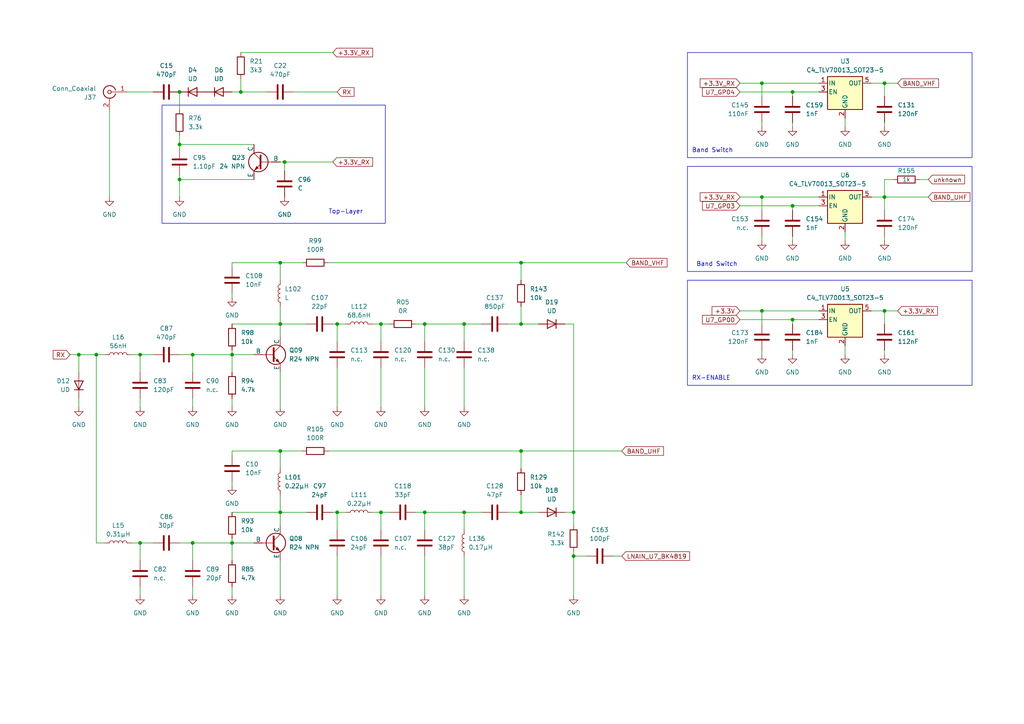
<source format=kicad_sch>
(kicad_sch (version 20230121) (generator eeschema)
  (paper "A4")
  (title_block (title "UV-K5 RX Input (Parts-List-Numbering)") (date "2023-09-17") (rev "0.") (comment 1 "https://github.com/ludwich66/Quansheng_UV-K5_Wiki/tree/main/hardware/KiCad") (comment 2 "https://github.com/ludwich66/Quansheng_UV-K5_Wiki/wiki/Parts---Teile") (comment 3 "Parts Overview Picture:") (comment 4 "Maintained by ludwich"))
  (lib_symbols
    (symbol "Connector:Conn_Coaxial" (pin_names (offset 1.016) hide)
      (property "Reference" "J" (at 0.254 3.048 0))
      (property "Value" "Conn_Coaxial" (at 2.921 0 90))
      (symbol "Conn_Coaxial_0_1"
        (arc (start -1.778 -0.508) (mid 0.2311 -1.8066) (end 1.778 0) (stroke (width 0.254)))
        (polyline (pts (xy -2.54 0) (xy -0.508 0)))
        (polyline (pts (xy 0 -2.54) (xy 0 -1.778)))
        (circle (center 0 0) (radius 0.508) (stroke (width 0.2032)))
        (arc (start 1.778 0) (mid 0.2099 1.8101) (end -1.778 0.508) (stroke (width 0.254)))
      )
      (symbol "Conn_Coaxial_1_1"
        (pin passive line (at -5.08 0 0) (length 2.54) (name "In") (number "1"))
        (pin passive line (at 0 -5.08 90) (length 2.54) (name "Ext") (number "2"))
      )
    )
    (symbol "Device:C" (pin_numbers hide) (pin_names (offset 0.254))
      (property "Reference" "C" (at 0.635 2.54 0))
      (property "Value" "C" (at 0.635 -2.54 0))
      (symbol "C_0_1"
        (polyline (pts (xy -2.032 -0.762) (xy 2.032 -0.762)) (stroke (width 0.508)))
        (polyline (pts (xy -2.032 0.762) (xy 2.032 0.762)) (stroke (width 0.508)))
      )
      (symbol "C_1_1"
        (pin passive line (at 0 3.81 270) (length 2.794) (name "~") (number "1"))
        (pin passive line (at 0 -3.81 90) (length 2.794) (name "~") (number "2"))
      )
    )
    (symbol "Device:D" (pin_numbers hide) (pin_names (offset 1.016) hide)
      (property "Reference" "D" (at 0 2.54 0))
      (property "Value" "D" (at 0 -2.54 0))
      (symbol "D_0_1"
        (polyline (pts (xy -1.27 1.27) (xy -1.27 -1.27)) (stroke (width 0.254)))
        (polyline (pts (xy 1.27 0) (xy -1.27 0)))
        (polyline (pts (xy 1.27 1.27) (xy 1.27 -1.27) (xy -1.27 0) (xy 1.27 1.27)) (stroke (width 0.254)))
      )
      (symbol "D_1_1"
        (pin passive line (at -3.81 0 0) (length 2.54) (name "K") (number "1"))
        (pin passive line (at 3.81 0 180) (length 2.54) (name "A") (number "2"))
      )
    )
    (symbol "Device:L" (pin_numbers hide) (pin_names (offset 1.016) hide)
      (property "Reference" "L" (at -1.27 0 90))
      (property "Value" "L" (at 1.905 0 90))
      (symbol "L_0_1"
        (arc (start 0 -2.54) (mid 0.6323 -1.905) (end 0 -1.27))
        (arc (start 0 -1.27) (mid 0.6323 -0.635) (end 0 0))
        (arc (start 0 0) (mid 0.6323 0.635) (end 0 1.27))
        (arc (start 0 1.27) (mid 0.6323 1.905) (end 0 2.54))
      )
      (symbol "L_1_1"
        (pin passive line (at 0 3.81 270) (length 1.27) (name "1") (number "1"))
        (pin passive line (at 0 -3.81 90) (length 1.27) (name "2") (number "2"))
      )
    )
    (symbol "Device:R" (pin_numbers hide) (pin_names (offset 0))
      (property "Reference" "R" (at 2.032 0 90))
      (property "Value" "R" (at 0 0 90))
      (symbol "R_0_1"
        (rectangle (start -1.016 -2.54) (end 1.016 2.54) (stroke (width 0.254)))
      )
      (symbol "R_1_1"
        (pin passive line (at 0 3.81 270) (length 1.27) (name "~") (number "1"))
        (pin passive line (at 0 -3.81 90) (length 1.27) (name "~") (number "2"))
      )
    )
    (symbol "Regulator_Linear:TLV70013_SOT23-5" (pin_names (offset 0.254))
      (property "Reference" "U" (at -3.81 5.715 0))
      (property "Value" "TLV70013_SOT23-5" (at 0 5.715 0))
      (symbol "TLV70013_SOT23-5_0_1"
        (rectangle (start -5.08 4.445) (end 5.08 -5.08) (stroke (width 0.254)) (fill (type background)))
      )
      (symbol "TLV70013_SOT23-5_1_1"
        (pin power_in line (at -7.62 2.54 0) (length 2.54) (name "IN") (number "1"))
        (pin power_in line (at 0 -7.62 90) (length 2.54) (name "GND") (number "2"))
        (pin input line (at -7.62 0 0) (length 2.54) (name "EN") (number "3"))
        (pin no_connect line (at 5.08 0 180) (length 2.54) hide (name "NC") (number "4"))
        (pin power_out line (at 7.62 2.54 180) (length 2.54) (name "OUT") (number "5"))
      )
    )
    (symbol "Simulation_SPICE:NPN" (pin_numbers hide) (pin_names (offset 0))
      (property "Reference" "Q" (at -2.54 7.62 0))
      (property "Value" "NPN" (at -2.54 5.08 0))
      (symbol "NPN_0_1"
        (polyline (pts (xy -2.54 0) (xy 0.635 0)) (stroke (width 0.1524)))
        (polyline (pts (xy 0.635 0.635) (xy 2.54 2.54)))
        (polyline (pts (xy 2.794 -1.27) (xy 2.794 -1.27)) (stroke (width 0.1524)))
        (polyline (pts (xy 2.794 -1.27) (xy 2.794 -1.27)) (stroke (width 0.1524)))
        (polyline (pts (xy 0.635 -0.635) (xy 2.54 -2.54) (xy 2.54 -2.54)))
        (polyline (pts (xy 0.635 1.905) (xy 0.635 -1.905) (xy 0.635 -1.905)) (stroke (width 0.508)))
        (polyline (pts (xy 1.27 -1.778) (xy 1.778 -1.27) (xy 2.286 -2.286) (xy 1.27 -1.778) (xy 1.27 -1.778)) (fill (type outline)))
        (circle (center 1.27 0) (radius 2.8194) (stroke (width 0.254)))
      )
      (symbol "NPN_1_1"
        (pin open_collector line (at 2.54 5.08 270) (length 2.54) (name "C") (number "1"))
        (pin input line (at -5.08 0 0) (length 2.54) (name "B") (number "2"))
        (pin open_emitter line (at 2.54 -5.08 90) (length 2.54) (name "E") (number "3"))
      )
    )
    (symbol "power:GND" (power) (pin_names (offset 0))
      (property "Value" "GND" (at 0 -3.81 0))
      (symbol "GND_0_1"
        (polyline (pts (xy 0 0) (xy 0 -1.27) (xy 1.27 -1.27) (xy 0 -2.54) (xy -1.27 -1.27) (xy 0 -1.27)))
      )
      (symbol "GND_1_1"
        (pin power_in line (at 0 0 270) (length 0) hide (name "GND") (number "1"))
      )
    )
  )
  (junction (at 67.31 102.87))
  (junction (at 97.79 93.98))
  (junction (at 82.55 46.99))
  (junction (at 220.98 57.15))
  (junction (at 166.37 161.29))
  (junction (at 166.37 148.59))
  (junction (at 151.13 76.2))
  (junction (at 81.28 93.98))
  (junction (at 40.64 157.48))
  (junction (at 229.87 59.69))
  (junction (at 256.54 90.17))
  (junction (at 220.98 90.17))
  (junction (at 134.62 93.98))
  (junction (at 151.13 93.98))
  (junction (at 81.28 76.2))
  (junction (at 22.86 102.87))
  (junction (at 52.07 26.67))
  (junction (at 123.19 93.98))
  (junction (at 67.31 157.48))
  (junction (at 229.87 92.71))
  (junction (at 151.13 148.59))
  (junction (at 52.07 52.07))
  (junction (at 220.98 24.13))
  (junction (at 81.28 148.59))
  (junction (at 97.79 148.59))
  (junction (at 55.88 157.48))
  (junction (at 256.54 24.13))
  (junction (at 69.85 26.67))
  (junction (at 151.13 130.81))
  (junction (at 110.49 148.59))
  (junction (at 27.94 102.87))
  (junction (at 40.64 102.87))
  (junction (at 52.07 41.91))
  (junction (at 256.54 57.15))
  (junction (at 55.88 102.87))
  (junction (at 110.49 93.98))
  (junction (at 134.62 148.59))
  (junction (at 81.28 130.81))
  (junction (at 229.87 26.67))
  (junction (at 123.19 148.59))
  (wire (pts (xy 163.83 93.98) (xy 166.37 93.98)))
  (wire (pts (xy 252.73 24.13) (xy 256.54 24.13)))
  (wire (pts (xy 81.28 130.81) (xy 81.28 135.89)))
  (wire (pts (xy 22.86 115.57) (xy 22.86 118.11)))
  (wire (pts (xy 67.31 157.48) (xy 67.31 156.21)))
  (wire (pts (xy 220.98 24.13) (xy 237.49 24.13)))
  (wire (pts (xy 229.87 68.58) (xy 229.87 69.85)))
  (wire (pts (xy 245.11 34.29) (xy 245.11 36.83)))
  (wire (pts (xy 151.13 130.81) (xy 180.34 130.81)))
  (wire (pts (xy 36.83 26.67) (xy 44.45 26.67)))
  (wire (pts (xy 95.25 76.2) (xy 151.13 76.2)))
  (wire (pts (xy 229.87 92.71) (xy 237.49 92.71)))
  (wire (pts (xy 69.85 15.24) (xy 96.52 15.24)))
  (wire (pts (xy 96.52 93.98) (xy 97.79 93.98)))
  (wire (pts (xy 81.28 93.98) (xy 81.28 97.79)))
  (wire (pts (xy 81.28 88.9) (xy 81.28 93.98)))
  (wire (pts (xy 96.52 148.59) (xy 97.79 148.59)))
  (wire (pts (xy 52.07 41.91) (xy 52.07 43.18)))
  (wire (pts (xy 220.98 90.17) (xy 237.49 90.17)))
  (wire (pts (xy 151.13 88.9) (xy 151.13 93.98)))
  (wire (pts (xy 256.54 68.58) (xy 256.54 69.85)))
  (wire (pts (xy 67.31 102.87) (xy 67.31 101.6)))
  (wire (pts (xy 220.98 93.98) (xy 220.98 90.17)))
  (wire (pts (xy 163.83 148.59) (xy 166.37 148.59)))
  (wire (pts (xy 166.37 148.59) (xy 166.37 152.4)))
  (wire (pts (xy 22.86 102.87) (xy 22.86 107.95)))
  (wire (pts (xy 256.54 90.17) (xy 256.54 93.98)))
  (wire (pts (xy 107.95 148.59) (xy 110.49 148.59)))
  (wire (pts (xy 220.98 57.15) (xy 237.49 57.15)))
  (wire (pts (xy 81.28 143.51) (xy 81.28 148.59)))
  (wire (pts (xy 81.28 148.59) (xy 88.9 148.59)))
  (wire (pts (xy 97.79 93.98) (xy 100.33 93.98)))
  (wire (pts (xy 95.25 130.81) (xy 151.13 130.81)))
  (wire (pts (xy 52.07 50.8) (xy 52.07 52.07)))
  (wire (pts (xy 229.87 92.71) (xy 229.87 93.98)))
  (wire (pts (xy 55.88 157.48) (xy 67.31 157.48)))
  (wire (pts (xy 110.49 161.29) (xy 110.49 172.72)))
  (wire (pts (xy 107.95 93.98) (xy 110.49 93.98)))
  (wire (pts (xy 82.55 46.99) (xy 82.55 49.53)))
  (wire (pts (xy 256.54 57.15) (xy 256.54 60.96)))
  (wire (pts (xy 67.31 102.87) (xy 73.66 102.87)))
  (wire (pts (xy 40.64 102.87) (xy 40.64 107.95)))
  (wire (pts (xy 123.19 148.59) (xy 134.62 148.59)))
  (wire (pts (xy 229.87 26.67) (xy 229.87 27.94)))
  (wire (pts (xy 214.63 90.17) (xy 220.98 90.17)))
  (wire (pts (xy 67.31 139.7) (xy 67.31 140.97)))
  (wire (pts (xy 256.54 24.13) (xy 256.54 27.94)))
  (wire (pts (xy 40.64 157.48) (xy 40.64 162.56)))
  (wire (pts (xy 123.19 93.98) (xy 134.62 93.98)))
  (wire (pts (xy 22.86 102.87) (xy 27.94 102.87)))
  (wire (pts (xy 40.64 170.18) (xy 40.64 172.72)))
  (wire (pts (xy 40.64 157.48) (xy 44.45 157.48)))
  (wire (pts (xy 134.62 148.59) (xy 134.62 153.67)))
  (wire (pts (xy 220.98 68.58) (xy 220.98 69.85)))
  (wire (pts (xy 123.19 106.68) (xy 123.19 118.11)))
  (wire (pts (xy 214.63 26.67) (xy 229.87 26.67)))
  (wire (pts (xy 110.49 106.68) (xy 110.49 118.11)))
  (wire (pts (xy 123.19 148.59) (xy 123.19 153.67)))
  (wire (pts (xy 67.31 170.18) (xy 67.31 172.72)))
  (wire (pts (xy 69.85 26.67) (xy 77.47 26.67)))
  (wire (pts (xy 120.65 93.98) (xy 123.19 93.98)))
  (wire (pts (xy 151.13 143.51) (xy 151.13 148.59)))
  (wire (pts (xy 151.13 148.59) (xy 156.21 148.59)))
  (wire (pts (xy 55.88 115.57) (xy 55.88 118.11)))
  (wire (pts (xy 110.49 93.98) (xy 113.03 93.98)))
  (wire (pts (xy 55.88 170.18) (xy 55.88 172.72)))
  (wire (pts (xy 110.49 93.98) (xy 110.49 99.06)))
  (wire (pts (xy 55.88 102.87) (xy 67.31 102.87)))
  (wire (pts (xy 229.87 35.56) (xy 229.87 36.83)))
  (wire (pts (xy 69.85 22.86) (xy 69.85 26.67)))
  (wire (pts (xy 40.64 102.87) (xy 44.45 102.87)))
  (wire (pts (xy 81.28 76.2) (xy 81.28 81.28)))
  (wire (pts (xy 40.64 115.57) (xy 40.64 118.11)))
  (wire (pts (xy 220.98 35.56) (xy 220.98 36.83)))
  (wire (pts (xy 166.37 148.59) (xy 166.37 93.98)))
  (wire (pts (xy 97.79 148.59) (xy 100.33 148.59)))
  (wire (pts (xy 252.73 90.17) (xy 256.54 90.17)))
  (wire (pts (xy 81.28 162.56) (xy 81.28 172.72)))
  (wire (pts (xy 97.79 93.98) (xy 97.79 99.06)))
  (wire (pts (xy 256.54 52.07) (xy 256.54 57.15)))
  (wire (pts (xy 220.98 101.6) (xy 220.98 102.87)))
  (wire (pts (xy 97.79 106.68) (xy 97.79 118.11)))
  (wire (pts (xy 256.54 35.56) (xy 256.54 36.83)))
  (wire (pts (xy 85.09 26.67) (xy 97.79 26.67)))
  (wire (pts (xy 52.07 102.87) (xy 55.88 102.87)))
  (wire (pts (xy 147.32 148.59) (xy 151.13 148.59)))
  (wire (pts (xy 151.13 76.2) (xy 181.61 76.2)))
  (wire (pts (xy 67.31 85.09) (xy 67.31 86.36)))
  (wire (pts (xy 97.79 161.29) (xy 97.79 172.72)))
  (wire (pts (xy 110.49 148.59) (xy 110.49 153.67)))
  (wire (pts (xy 67.31 148.59) (xy 81.28 148.59)))
  (wire (pts (xy 134.62 93.98) (xy 139.7 93.98)))
  (wire (pts (xy 214.63 92.71) (xy 229.87 92.71)))
  (wire (pts (xy 151.13 76.2) (xy 151.13 81.28)))
  (wire (pts (xy 134.62 161.29) (xy 134.62 172.72)))
  (wire (pts (xy 214.63 57.15) (xy 220.98 57.15)))
  (wire (pts (xy 134.62 148.59) (xy 139.7 148.59)))
  (wire (pts (xy 256.54 90.17) (xy 260.35 90.17)))
  (wire (pts (xy 67.31 26.67) (xy 69.85 26.67)))
  (wire (pts (xy 52.07 52.07) (xy 73.66 52.07)))
  (wire (pts (xy 110.49 148.59) (xy 113.03 148.59)))
  (wire (pts (xy 81.28 107.95) (xy 81.28 118.11)))
  (wire (pts (xy 220.98 27.94) (xy 220.98 24.13)))
  (wire (pts (xy 245.11 67.31) (xy 245.11 69.85)))
  (wire (pts (xy 256.54 57.15) (xy 269.24 57.15)))
  (wire (pts (xy 266.7 52.07) (xy 269.24 52.07)))
  (wire (pts (xy 134.62 106.68) (xy 134.62 118.11)))
  (wire (pts (xy 67.31 130.81) (xy 67.31 132.08)))
  (wire (pts (xy 229.87 59.69) (xy 229.87 60.96)))
  (wire (pts (xy 52.07 39.37) (xy 52.07 41.91)))
  (wire (pts (xy 67.31 93.98) (xy 81.28 93.98)))
  (wire (pts (xy 252.73 57.15) (xy 256.54 57.15)))
  (wire (pts (xy 81.28 148.59) (xy 81.28 152.4)))
  (wire (pts (xy 81.28 130.81) (xy 67.31 130.81)))
  (wire (pts (xy 220.98 60.96) (xy 220.98 57.15)))
  (wire (pts (xy 55.88 157.48) (xy 55.88 162.56)))
  (wire (pts (xy 214.63 24.13) (xy 220.98 24.13)))
  (wire (pts (xy 52.07 26.67) (xy 52.07 31.75)))
  (wire (pts (xy 166.37 161.29) (xy 170.18 161.29)))
  (wire (pts (xy 67.31 102.87) (xy 67.31 107.95)))
  (wire (pts (xy 67.31 157.48) (xy 67.31 162.56)))
  (wire (pts (xy 123.19 161.29) (xy 123.19 172.72)))
  (wire (pts (xy 52.07 41.91) (xy 73.66 41.91)))
  (wire (pts (xy 81.28 46.99) (xy 82.55 46.99)))
  (wire (pts (xy 256.54 101.6) (xy 256.54 102.87)))
  (wire (pts (xy 166.37 160.02) (xy 166.37 161.29)))
  (wire (pts (xy 67.31 115.57) (xy 67.31 118.11)))
  (wire (pts (xy 81.28 93.98) (xy 88.9 93.98)))
  (wire (pts (xy 97.79 148.59) (xy 97.79 153.67)))
  (wire (pts (xy 40.64 157.48) (xy 38.1 157.48)))
  (wire (pts (xy 55.88 102.87) (xy 55.88 107.95)))
  (wire (pts (xy 229.87 59.69) (xy 237.49 59.69)))
  (wire (pts (xy 120.65 148.59) (xy 123.19 148.59)))
  (wire (pts (xy 147.32 93.98) (xy 151.13 93.98)))
  (wire (pts (xy 27.94 102.87) (xy 27.94 157.48)))
  (wire (pts (xy 52.07 52.07) (xy 52.07 57.15)))
  (wire (pts (xy 27.94 157.48) (xy 30.48 157.48)))
  (wire (pts (xy 40.64 102.87) (xy 38.1 102.87)))
  (wire (pts (xy 256.54 24.13) (xy 260.35 24.13)))
  (wire (pts (xy 87.63 130.81) (xy 81.28 130.81)))
  (wire (pts (xy 67.31 157.48) (xy 73.66 157.48)))
  (wire (pts (xy 214.63 59.69) (xy 229.87 59.69)))
  (wire (pts (xy 81.28 76.2) (xy 67.31 76.2)))
  (wire (pts (xy 229.87 101.6) (xy 229.87 102.87)))
  (wire (pts (xy 20.32 102.87) (xy 22.86 102.87)))
  (wire (pts (xy 177.8 161.29) (xy 180.34 161.29)))
  (wire (pts (xy 151.13 130.81) (xy 151.13 135.89)))
  (wire (pts (xy 87.63 76.2) (xy 81.28 76.2)))
  (wire (pts (xy 259.08 52.07) (xy 256.54 52.07)))
  (wire (pts (xy 52.07 157.48) (xy 55.88 157.48)))
  (wire (pts (xy 166.37 161.29) (xy 166.37 172.72)))
  (wire (pts (xy 123.19 93.98) (xy 123.19 99.06)))
  (wire (pts (xy 31.75 31.75) (xy 31.75 57.15)))
  (wire (pts (xy 229.87 26.67) (xy 237.49 26.67)))
  (wire (pts (xy 27.94 102.87) (xy 30.48 102.87)))
  (wire (pts (xy 67.31 76.2) (xy 67.31 77.47)))
  (wire (pts (xy 82.55 46.99) (xy 96.52 46.99)))
  (wire (pts (xy 134.62 93.98) (xy 134.62 99.06)))
  (wire (pts (xy 245.11 100.33) (xy 245.11 102.87)))
  (wire (pts (xy 151.13 93.98) (xy 156.21 93.98)))
  (rectangle (start 199.39 48.26) (end 281.94 78.74))
  (rectangle (start 199.39 15.24) (end 281.94 45.72))
  (rectangle (start 199.39 81.28) (end 281.94 111.76))
  (rectangle (start 46.99 30.48) (end 111.76 64.77))
  (text "Band Switch" (at 200.66 44.45 0) (effects (font (size 1.27 1.27)) (justify left bottom)))
  (text "Band Switch" (at 201.93 77.47 0) (effects (font (size 1.27 1.27)) (justify left bottom)))
  (text "Top-Layer" (at 95.25 62.23 0) (effects (font (size 1.27 1.27)) (justify left bottom)))
  (text "RX-ENABLE" (at 200.66 110.49 0) (effects (font (size 1.27 1.27)) (justify left bottom)))
  (global_label "LNAIN_U7_BK4819" (shape input) (at 180.34 161.29 0) (property "Intersheetrefs" "${INTERSHEET_REFS}" (at 200.5609 161.29 0) (effects (justify left))))
  (global_label "+3.3V_RX" (shape input) (at 214.63 57.15 180) (property "Intersheetrefs" "${INTERSHEET_REFS}" (at 202.5129 57.15 0) (effects (justify right))))
  (global_label "+3.3V_RX" (shape input) (at 96.52 46.99 0) (property "Intersheetrefs" "${INTERSHEET_REFS}" (at 108.6371 46.99 0) (effects (justify left))))
  (global_label "+3.3V_RX" (shape input) (at 260.35 90.17 0) (property "Intersheetrefs" "${INTERSHEET_REFS}" (at 272.4671 90.17 0) (effects (justify left))))
  (global_label "+3.3V_RX" (shape input) (at 214.63 24.13 180) (property "Intersheetrefs" "${INTERSHEET_REFS}" (at 202.5129 24.13 0) (effects (justify right))))
  (global_label "BAND_UHF" (shape input) (at 269.24 57.15 0) (property "Intersheetrefs" "${INTERSHEET_REFS}" (at 281.9015 57.15 0) (effects (justify left))))
  (global_label "BAND_VHF" (shape input) (at 260.35 24.13 0) (property "Intersheetrefs" "${INTERSHEET_REFS}" (at 272.7696 24.13 0) (effects (justify left))))
  (global_label "RX" (shape input) (at 97.79 26.67 0) (property "Intersheetrefs" "${INTERSHEET_REFS}" (at 103.2547 26.67 0) (effects (justify left))))
  (global_label "U7_GP03" (shape input) (at 214.63 59.69 180) (property "Intersheetrefs" "${INTERSHEET_REFS}" (at 203.1782 59.69 0) (effects (justify right))))
  (global_label "U7_GP00" (shape input) (at 214.63 92.71 180) (property "Intersheetrefs" "${INTERSHEET_REFS}" (at 203.1782 92.71 0) (effects (justify right))))
  (global_label "+3.3V" (shape input) (at 214.63 90.17 180) (property "Intersheetrefs" "${INTERSHEET_REFS}" (at 205.96 90.17 0) (effects (justify right))))
  (global_label "unknown" (shape input) (at 269.24 52.07 0) (property "Intersheetrefs" "${INTERSHEET_REFS}" (at 280.3288 52.07 0) (effects (justify left))))
  (global_label "+3.3V_RX" (shape input) (at 96.52 15.24 0) (property "Intersheetrefs" "${INTERSHEET_REFS}" (at 108.6371 15.24 0) (effects (justify left))))
  (global_label "BAND_VHF" (shape input) (at 181.61 76.2 0) (property "Intersheetrefs" "${INTERSHEET_REFS}" (at 194.0296 76.2 0) (effects (justify left))))
  (global_label "RX" (shape input) (at 20.32 102.87 180) (property "Intersheetrefs" "${INTERSHEET_REFS}" (at 14.8553 102.87 0) (effects (justify right))))
  (global_label "U7_GP04" (shape input) (at 214.63 26.67 180) (property "Intersheetrefs" "${INTERSHEET_REFS}" (at 203.1782 26.67 0) (effects (justify right))))
  (global_label "BAND_UHF" (shape input) (at 180.34 130.81 0) (property "Intersheetrefs" "${INTERSHEET_REFS}" (at 193.0015 130.81 0) (effects (justify left))))
  (symbol (lib_id "Device:C") (at 55.88 166.37 0) (unit 1)
    (property "Reference" "C89" (at 59.69 165.1 0) (effects (justify left)))
    (property "Value" "20pF" (at 59.69 167.64 0) (effects (justify left)))
  )
  (symbol (lib_id "Device:C") (at 48.26 26.67 90) (unit 1)
    (property "Reference" "C15" (at 48.26 19.05 90))
    (property "Value" "470pF" (at 48.26 21.59 90))
  )
  (symbol (lib_id "power:GND") (at 97.79 118.11 0) (unit 1)
    (property "Reference" "#PWR0130" (effects hide))
    (property "Value" "GND" (at 97.79 123.19 0))
  )
  (symbol (lib_id "Device:D") (at 63.5 26.67 0) (unit 1)
    (property "Reference" "D6" (at 63.5 20.32 0))
    (property "Value" "UD" (at 63.5 22.86 0))
    (property "Sim.Device" "D" (effects hide))
    (property "Sim.Pins" "1=K 2=A" (effects hide))
  )
  (symbol (lib_id "Device:C") (at 52.07 46.99 0) (unit 1)
    (property "Reference" "C95" (at 55.88 45.72 0) (effects (justify left)))
    (property "Value" "1.10pF" (at 55.88 48.26 0) (effects (justify left)))
  )
  (symbol (lib_id "Device:C") (at 256.54 97.79 180) (unit 1)
    (property "Reference" "C161" (at 260.35 96.52 0) (effects (justify right)))
    (property "Value" "112nF" (at 260.35 99.06 0) (effects (justify right)))
  )
  (symbol (lib_id "Device:R") (at 262.89 52.07 90) (unit 1)
    (property "Reference" "R155" (at 262.89 49.53 90))
    (property "Value" "1k" (at 262.89 52.07 90))
  )
  (symbol (lib_id "power:GND") (at 256.54 102.87 0) (unit 1)
    (property "Reference" "#PWR0123" (effects hide))
    (property "Value" "GND" (at 256.54 107.95 0))
  )
  (symbol (lib_id "power:GND") (at 52.07 57.15 0) (unit 1)
    (property "Reference" "#PWR0109" (effects hide))
    (property "Value" "GND" (at 52.07 62.23 0))
  )
  (symbol (lib_id "Device:R") (at 52.07 35.56 0) (unit 1)
    (property "Reference" "R76" (at 54.61 34.29 0) (effects (justify left)))
    (property "Value" "3.3k" (at 54.61 36.83 0) (effects (justify left)))
  )
  (symbol (lib_id "power:GND") (at 256.54 69.85 0) (unit 1)
    (property "Reference" "#PWR0119" (effects hide))
    (property "Value" "GND" (at 256.54 74.93 0))
  )
  (symbol (lib_id "Device:C") (at 220.98 64.77 0) (mirror x) (unit 1)
    (property "Reference" "C153" (at 217.17 63.5 0) (effects (justify right)))
    (property "Value" "n.c." (at 217.17 66.04 0) (effects (justify right)))
  )
  (symbol (lib_id "Device:R") (at 67.31 111.76 0) (unit 1)
    (property "Reference" "R94" (at 69.85 110.49 0) (effects (justify left)))
    (property "Value" "4.7k" (at 69.85 113.03 0) (effects (justify left)))
  )
  (symbol (lib_id "Device:L") (at 104.14 93.98 90) (unit 1)
    (property "Reference" "L112" (at 104.14 88.9 90))
    (property "Value" "68.6nH" (at 104.14 91.44 90))
  )
  (symbol (lib_id "Device:L") (at 134.62 157.48 180) (unit 1)
    (property "Reference" "L136" (at 135.89 156.21 0) (effects (justify right)))
    (property "Value" "0.17µH" (at 135.89 158.75 0) (effects (justify right)))
  )
  (symbol (lib_id "power:GND") (at 229.87 102.87 0) (unit 1)
    (property "Reference" "#PWR0121" (effects hide))
    (property "Value" "GND" (at 229.87 107.95 0))
  )
  (symbol (lib_id "Device:C") (at 97.79 157.48 0) (unit 1)
    (property "Reference" "C106" (at 101.6 156.21 0) (effects (justify left)))
    (property "Value" "24pF" (at 101.6 158.75 0) (effects (justify left)))
  )
  (symbol (lib_id "Regulator_Linear:TLV70013_SOT23-5") (at 245.11 59.69 0) (unit 1)
    (property "Reference" "U6" (at 245.11 50.8 0))
    (property "Value" "C4_TLV70013_SOT23-5" (at 240.03 53.34 0))
    (property "Footprint" "Package_TO_SOT_SMD:SOT-23-5" (effects hide))
    (property "Datasheet" "http://www.ti.com/lit/ds/symlink/tlv700.pdf" (effects hide))
  )
  (symbol (lib_id "Device:C") (at 143.51 93.98 90) (unit 1)
    (property "Reference" "C137" (at 143.51 86.36 90))
    (property "Value" "850pF" (at 143.51 88.9 90))
  )
  (symbol (lib_id "power:GND") (at 134.62 118.11 0) (unit 1)
    (property "Reference" "#PWR0133" (effects hide))
    (property "Value" "GND" (at 134.62 123.19 0))
  )
  (symbol (lib_id "Regulator_Linear:TLV70013_SOT23-5") (at 245.11 26.67 0) (unit 1)
    (property "Reference" "U3" (at 245.11 17.78 0))
    (property "Value" "C4_TLV70013_SOT23-5" (at 245.11 20.32 0))
    (property "Footprint" "Package_TO_SOT_SMD:SOT-23-5" (effects hide))
    (property "Datasheet" "http://www.ti.com/lit/ds/symlink/tlv700.pdf" (effects hide))
  )
  (symbol (lib_id "power:GND") (at 40.64 118.11 0) (unit 1)
    (property "Reference" "#PWR0126" (effects hide))
    (property "Value" "GND" (at 40.64 123.19 0))
  )
  (symbol (lib_id "power:GND") (at 81.28 172.72 0) (unit 1)
    (property "Reference" "#PWR0138" (effects hide))
    (property "Value" "GND" (at 81.28 177.8 0))
  )
  (symbol (lib_id "Simulation_SPICE:NPN") (at 76.2 46.99 0) (mirror y) (unit 1)
    (property "Reference" "Q23" (at 71.12 45.72 0) (effects (justify left)))
    (property "Value" "24 NPN" (at 71.12 48.26 0) (effects (justify left)))
    (property "Sim.Device" "NPN" (effects hide))
    (property "Sim.Type" "GUMMELPOON" (effects hide))
    (property "Sim.Pins" "1=C 2=B 3=E" (effects hide))
  )
  (symbol (lib_id "power:GND") (at 245.11 69.85 0) (unit 1)
    (property "Reference" "#PWR0118" (effects hide))
    (property "Value" "GND" (at 245.11 74.93 0))
  )
  (symbol (lib_id "Device:C") (at 116.84 148.59 90) (unit 1)
    (property "Reference" "C118" (at 116.84 140.97 90))
    (property "Value" "33pF" (at 116.84 143.51 90))
  )
  (symbol (lib_id "power:GND") (at 245.11 36.83 0) (unit 1)
    (property "Reference" "#PWR0112" (effects hide))
    (property "Value" "GND" (at 245.11 41.91 0))
  )
  (symbol (lib_id "Device:C") (at 92.71 148.59 90) (unit 1)
    (property "Reference" "C97" (at 92.71 140.97 90))
    (property "Value" "24pF" (at 92.71 143.51 90))
  )
  (symbol (lib_id "Device:C") (at 110.49 157.48 0) (unit 1)
    (property "Reference" "C107" (at 114.3 156.21 0) (effects (justify left)))
    (property "Value" "n.c." (at 114.3 158.75 0) (effects (justify left)))
  )
  (symbol (lib_id "power:GND") (at 220.98 36.83 0) (unit 1)
    (property "Reference" "#PWR0115" (effects hide))
    (property "Value" "GND" (at 220.98 41.91 0))
  )
  (symbol (lib_id "Device:L") (at 34.29 157.48 90) (unit 1)
    (property "Reference" "L15" (at 34.29 152.4 90))
    (property "Value" "0.31µH" (at 34.29 154.94 90))
  )
  (symbol (lib_id "power:GND") (at 110.49 118.11 0) (unit 1)
    (property "Reference" "#PWR0131" (effects hide))
    (property "Value" "GND" (at 110.49 123.19 0))
  )
  (symbol (lib_id "power:GND") (at 67.31 172.72 0) (unit 1)
    (property "Reference" "#PWR0136" (effects hide))
    (property "Value" "GND" (at 67.31 177.8 0))
  )
  (symbol (lib_id "power:GND") (at 82.55 57.15 0) (unit 1)
    (property "Reference" "#PWR0110" (effects hide))
    (property "Value" "GND" (at 82.55 62.23 0))
  )
  (symbol (lib_id "power:GND") (at 22.86 118.11 0) (unit 1)
    (property "Reference" "#PWR0124" (effects hide))
    (property "Value" "GND" (at 22.86 123.19 0))
  )
  (symbol (lib_id "power:GND") (at 220.98 69.85 0) (unit 1)
    (property "Reference" "#PWR0116" (effects hide))
    (property "Value" "GND" (at 220.98 74.93 0))
  )
  (symbol (lib_id "Device:C") (at 48.26 102.87 90) (unit 1)
    (property "Reference" "C87" (at 48.26 95.25 90))
    (property "Value" "470pF" (at 48.26 97.79 90))
  )
  (symbol (lib_id "Device:C") (at 110.49 102.87 0) (unit 1)
    (property "Reference" "C120" (at 114.3 101.6 0) (effects (justify left)))
    (property "Value" "n.c." (at 114.3 104.14 0) (effects (justify left)))
  )
  (symbol (lib_id "power:GND") (at 55.88 118.11 0) (unit 1)
    (property "Reference" "#PWR0127" (effects hide))
    (property "Value" "GND" (at 55.88 123.19 0))
  )
  (symbol (lib_id "power:GND") (at 67.31 140.97 0) (unit 1)
    (property "Reference" "#PWR0137" (effects hide))
    (property "Value" "GND" (at 67.31 146.05 0))
  )
  (symbol (lib_id "Device:C") (at 229.87 31.75 180) (unit 1)
    (property "Reference" "C159" (at 233.68 30.48 0) (effects (justify right)))
    (property "Value" "1nF" (at 233.68 33.02 0) (effects (justify right)))
  )
  (symbol (lib_id "Device:C") (at 256.54 31.75 180) (unit 1)
    (property "Reference" "C131" (at 260.35 30.48 0) (effects (justify right)))
    (property "Value" "120nF" (at 260.35 33.02 0) (effects (justify right)))
  )
  (symbol (lib_id "Device:C") (at 55.88 111.76 0) (unit 1)
    (property "Reference" "C90" (at 59.69 110.49 0) (effects (justify left)))
    (property "Value" "n.c." (at 59.69 113.03 0) (effects (justify left)))
  )
  (symbol (lib_id "Device:R") (at 151.13 85.09 0) (unit 1)
    (property "Reference" "R143" (at 153.67 83.82 0) (effects (justify left)))
    (property "Value" "10k" (at 153.67 86.36 0) (effects (justify left)))
  )
  (symbol (lib_id "Device:C") (at 40.64 166.37 0) (unit 1)
    (property "Reference" "C82" (at 44.45 165.1 0) (effects (justify left)))
    (property "Value" "n.c." (at 44.45 167.64 0) (effects (justify left)))
  )
  (symbol (lib_id "Device:R") (at 91.44 130.81 90) (unit 1)
    (property "Reference" "R105" (at 91.44 124.46 90))
    (property "Value" "100R" (at 91.44 127 90))
  )
  (symbol (lib_id "power:GND") (at 81.28 118.11 0) (unit 1)
    (property "Reference" "#PWR0129" (effects hide))
    (property "Value" "GND" (at 81.28 123.19 0))
  )
  (symbol (lib_id "Device:C") (at 220.98 31.75 0) (mirror x) (unit 1)
    (property "Reference" "C145" (at 217.17 30.48 0) (effects (justify right)))
    (property "Value" "110nF" (at 217.17 33.02 0) (effects (justify right)))
  )
  (symbol (lib_id "Device:R") (at 69.85 19.05 0) (unit 1)
    (property "Reference" "R21" (at 72.39 17.78 0) (effects (justify left)))
    (property "Value" "3k3" (at 72.39 20.32 0) (effects (justify left)))
  )
  (symbol (lib_id "power:GND") (at 166.37 172.72 0) (unit 1)
    (property "Reference" "#PWR0143" (effects hide))
    (property "Value" "GND" (at 166.37 177.8 0))
  )
  (symbol (lib_id "Device:C") (at 123.19 102.87 0) (unit 1)
    (property "Reference" "C130" (at 127 101.6 0) (effects (justify left)))
    (property "Value" "n.c." (at 127 104.14 0) (effects (justify left)))
  )
  (symbol (lib_id "Device:D") (at 55.88 26.67 0) (unit 1)
    (property "Reference" "D4" (at 55.88 20.32 0))
    (property "Value" "UD" (at 55.88 22.86 0))
    (property "Sim.Device" "D" (effects hide))
    (property "Sim.Pins" "1=K 2=A" (effects hide))
  )
  (symbol (lib_id "Regulator_Linear:TLV70013_SOT23-5") (at 245.11 92.71 0) (unit 1)
    (property "Reference" "U5" (at 245.11 83.82 0))
    (property "Value" "C4_TLV70013_SOT23-5" (at 245.11 86.36 0))
    (property "Footprint" "Package_TO_SOT_SMD:SOT-23-5" (effects hide))
    (property "Datasheet" "http://www.ti.com/lit/ds/symlink/tlv700.pdf" (effects hide))
  )
  (symbol (lib_id "Device:L") (at 81.28 139.7 180) (unit 1)
    (property "Reference" "L101" (at 82.55 138.43 0) (effects (justify right)))
    (property "Value" "0.22µH" (at 82.55 140.97 0) (effects (justify right)))
  )
  (symbol (lib_id "Device:C") (at 220.98 97.79 0) (mirror x) (unit 1)
    (property "Reference" "C173" (at 217.17 96.52 0) (effects (justify right)))
    (property "Value" "120nF" (at 217.17 99.06 0) (effects (justify right)))
  )
  (symbol (lib_id "power:GND") (at 229.87 36.83 0) (unit 1)
    (property "Reference" "#PWR0114" (effects hide))
    (property "Value" "GND" (at 229.87 41.91 0))
  )
  (symbol (lib_id "Simulation_SPICE:NPN") (at 78.74 157.48 0) (unit 1)
    (property "Reference" "Q08" (at 83.82 156.21 0) (effects (justify left)))
    (property "Value" "R24 NPN" (at 83.82 158.75 0) (effects (justify left)))
    (property "Sim.Device" "NPN" (effects hide))
    (property "Sim.Type" "GUMMELPOON" (effects hide))
    (property "Sim.Pins" "1=C 2=B 3=E" (effects hide))
  )
  (symbol (lib_id "Device:D") (at 22.86 111.76 270) (mirror x) (unit 1)
    (property "Reference" "D12" (at 20.32 110.49 90) (effects (justify right)))
    (property "Value" "UD" (at 20.32 113.03 90) (effects (justify right)))
    (property "Sim.Device" "D" (effects hide))
    (property "Sim.Pins" "1=K 2=A" (effects hide))
  )
  (symbol (lib_id "Device:C") (at 67.31 135.89 0) (unit 1)
    (property "Reference" "C10" (at 71.12 134.62 0) (effects (justify left)))
    (property "Value" "10nF" (at 71.12 137.16 0) (effects (justify left)))
  )
  (symbol (lib_id "Device:C") (at 97.79 102.87 0) (unit 1)
    (property "Reference" "C113" (at 101.6 101.6 0) (effects (justify left)))
    (property "Value" "n.c." (at 101.6 104.14 0) (effects (justify left)))
  )
  (symbol (lib_id "power:GND") (at 256.54 36.83 0) (unit 1)
    (property "Reference" "#PWR0113" (effects hide))
    (property "Value" "GND" (at 256.54 41.91 0))
  )
  (symbol (lib_id "power:GND") (at 220.98 102.87 0) (unit 1)
    (property "Reference" "#PWR0120" (effects hide))
    (property "Value" "GND" (at 220.98 107.95 0))
  )
  (symbol (lib_id "Device:C") (at 81.28 26.67 90) (unit 1)
    (property "Reference" "C22" (at 81.28 19.05 90))
    (property "Value" "470pF" (at 81.28 21.59 90))
  )
  (symbol (lib_id "Device:C") (at 229.87 64.77 180) (unit 1)
    (property "Reference" "C154" (at 233.68 63.5 0) (effects (justify right)))
    (property "Value" "1nF" (at 233.68 66.04 0) (effects (justify right)))
  )
  (symbol (lib_id "power:GND") (at 40.64 172.72 0) (unit 1)
    (property "Reference" "#PWR0134" (effects hide))
    (property "Value" "GND" (at 40.64 177.8 0))
  )
  (symbol (lib_id "power:GND") (at 31.75 57.15 0) (unit 1)
    (property "Reference" "#PWR0111" (effects hide))
    (property "Value" "GND" (at 31.75 62.23 0))
  )
  (symbol (lib_id "Device:C") (at 123.19 157.48 0) (unit 1)
    (property "Reference" "C127" (at 127 156.21 0) (effects (justify left)))
    (property "Value" "38pF" (at 127 158.75 0) (effects (justify left)))
  )
  (symbol (lib_id "Device:L") (at 81.28 85.09 180) (unit 1)
    (property "Reference" "L102" (at 82.55 83.82 0) (effects (justify right)))
    (property "Value" "L" (at 82.55 86.36 0) (effects (justify right)))
  )
  (symbol (lib_id "Device:R") (at 91.44 76.2 90) (unit 1)
    (property "Reference" "R99" (at 91.44 69.85 90))
    (property "Value" "100R" (at 91.44 72.39 90))
  )
  (symbol (lib_id "power:GND") (at 55.88 172.72 0) (unit 1)
    (property "Reference" "#PWR0135" (effects hide))
    (property "Value" "GND" (at 55.88 177.8 0))
  )
  (symbol (lib_id "power:GND") (at 110.49 172.72 0) (unit 1)
    (property "Reference" "#PWR0140" (effects hide))
    (property "Value" "GND" (at 110.49 177.8 0))
  )
  (symbol (lib_id "power:GND") (at 97.79 172.72 0) (unit 1)
    (property "Reference" "#PWR0139" (effects hide))
    (property "Value" "GND" (at 97.79 177.8 0))
  )
  (symbol (lib_id "power:GND") (at 134.62 172.72 0) (unit 1)
    (property "Reference" "#PWR0142" (effects hide))
    (property "Value" "GND" (at 134.62 177.8 0))
  )
  (symbol (lib_id "Device:R") (at 67.31 152.4 0) (unit 1)
    (property "Reference" "R93" (at 69.85 151.13 0) (effects (justify left)))
    (property "Value" "10k" (at 69.85 153.67 0) (effects (justify left)))
  )
  (symbol (lib_id "Device:D") (at 160.02 93.98 180) (unit 1)
    (property "Reference" "D19" (at 160.02 87.63 0))
    (property "Value" "UD" (at 160.02 90.17 0))
    (property "Sim.Device" "D" (effects hide))
    (property "Sim.Pins" "1=K 2=A" (effects hide))
  )
  (symbol (lib_id "power:GND") (at 229.87 69.85 0) (unit 1)
    (property "Reference" "#PWR0117" (effects hide))
    (property "Value" "GND" (at 229.87 74.93 0))
  )
  (symbol (lib_id "Device:C") (at 229.87 97.79 180) (unit 1)
    (property "Reference" "C184" (at 233.68 96.52 0) (effects (justify right)))
    (property "Value" "1nF" (at 233.68 99.06 0) (effects (justify right)))
  )
  (symbol (lib_id "Device:R") (at 166.37 156.21 0) (mirror y) (unit 1)
    (property "Reference" "R142" (at 163.83 154.94 0) (effects (justify left)))
    (property "Value" "3.3k" (at 163.83 157.48 0) (effects (justify left)))
  )
  (symbol (lib_id "Device:C") (at 92.71 93.98 90) (unit 1)
    (property "Reference" "C107" (at 92.71 86.36 90))
    (property "Value" "22pF" (at 92.71 88.9 90))
  )
  (symbol (lib_id "Device:L") (at 34.29 102.87 90) (unit 1)
    (property "Reference" "L16" (at 34.29 97.79 90))
    (property "Value" "56nH" (at 34.29 100.33 90))
  )
  (symbol (lib_id "Device:C") (at 48.26 157.48 90) (unit 1)
    (property "Reference" "C86" (at 48.26 149.86 90))
    (property "Value" "30pF" (at 48.26 152.4 90))
  )
  (symbol (lib_id "Device:C") (at 82.55 53.34 0) (unit 1)
    (property "Reference" "C96" (at 86.36 52.07 0) (effects (justify left)))
    (property "Value" "C" (at 86.36 54.61 0) (effects (justify left)))
  )
  (symbol (lib_id "Device:R") (at 116.84 93.98 90) (unit 1)
    (property "Reference" "R05" (at 116.84 87.63 90))
    (property "Value" "0R" (at 116.84 90.17 90))
  )
  (symbol (lib_id "power:GND") (at 67.31 118.11 0) (unit 1)
    (property "Reference" "#PWR0128" (effects hide))
    (property "Value" "GND" (at 67.31 123.19 0))
  )
  (symbol (lib_id "Device:R") (at 151.13 139.7 0) (unit 1)
    (property "Reference" "R129" (at 153.67 138.43 0) (effects (justify left)))
    (property "Value" "10k" (at 153.67 140.97 0) (effects (justify left)))
  )
  (symbol (lib_id "Device:R") (at 67.31 97.79 0) (unit 1)
    (property "Reference" "R98" (at 69.85 96.52 0) (effects (justify left)))
    (property "Value" "10k" (at 69.85 99.06 0) (effects (justify left)))
  )
  (symbol (lib_id "Device:C") (at 256.54 64.77 180) (unit 1)
    (property "Reference" "C174" (at 260.35 63.5 0) (effects (justify right)))
    (property "Value" "120nF" (at 260.35 66.04 0) (effects (justify right)))
  )
  (symbol (lib_id "Device:C") (at 67.31 81.28 0) (unit 1)
    (property "Reference" "C108" (at 71.12 80.01 0) (effects (justify left)))
    (property "Value" "10nF" (at 71.12 82.55 0) (effects (justify left)))
  )
  (symbol (lib_id "Device:D") (at 160.02 148.59 180) (unit 1)
    (property "Reference" "D18" (at 160.02 142.24 0))
    (property "Value" "UD" (at 160.02 144.78 0))
    (property "Sim.Device" "D" (effects hide))
    (property "Sim.Pins" "1=K 2=A" (effects hide))
  )
  (symbol (lib_id "Connector:Conn_Coaxial") (at 31.75 26.67 0) (mirror y) (unit 1)
    (property "Reference" "J37" (at 27.94 28.2332 0) (effects (justify left)))
    (property "Value" "Conn_Coaxial" (at 27.94 25.6932 0) (effects (justify left)))
    (property "Datasheet" " ~" (effects hide))
  )
  (symbol (lib_id "Device:C") (at 173.99 161.29 90) (unit 1)
    (property "Reference" "C163" (at 173.99 153.67 90))
    (property "Value" "100pF" (at 173.99 156.21 90))
  )
  (symbol (lib_id "Device:C") (at 143.51 148.59 90) (unit 1)
    (property "Reference" "C128" (at 143.51 140.97 90))
    (property "Value" "47pF" (at 143.51 143.51 90))
  )
  (symbol (lib_id "Simulation_SPICE:NPN") (at 78.74 102.87 0) (unit 1)
    (property "Reference" "Q09" (at 83.82 101.6 0) (effects (justify left)))
    (property "Value" "R24 NPN" (at 83.82 104.14 0) (effects (justify left)))
    (property "Sim.Device" "NPN" (effects hide))
    (property "Sim.Type" "GUMMELPOON" (effects hide))
    (property "Sim.Pins" "1=C 2=B 3=E" (effects hide))
  )
  (symbol (lib_id "Device:C") (at 134.62 102.87 0) (unit 1)
    (property "Reference" "C138" (at 138.43 101.6 0) (effects (justify left)))
    (property "Value" "n.c." (at 138.43 104.14 0) (effects (justify left)))
  )
  (symbol (lib_id "Device:C") (at 40.64 111.76 0) (unit 1)
    (property "Reference" "C83" (at 44.45 110.49 0) (effects (justify left)))
    (property "Value" "120pF" (at 44.45 113.03 0) (effects (justify left)))
  )
  (symbol (lib_id "Device:R") (at 67.31 166.37 0) (unit 1)
    (property "Reference" "R85" (at 69.85 165.1 0) (effects (justify left)))
    (property "Value" "4.7k" (at 69.85 167.64 0) (effects (justify left)))
  )
  (symbol (lib_id "power:GND") (at 123.19 172.72 0) (unit 1)
    (property "Reference" "#PWR0141" (effects hide))
    (property "Value" "GND" (at 123.19 177.8 0))
  )
  (symbol (lib_id "power:GND") (at 245.11 102.87 0) (unit 1)
    (property "Reference" "#PWR0122" (effects hide))
    (property "Value" "GND" (at 245.11 107.95 0))
  )
  (symbol (lib_id "Device:L") (at 104.14 148.59 90) (unit 1)
    (property "Reference" "L111" (at 104.14 143.51 90))
    (property "Value" "0.22µH" (at 104.14 146.05 90))
  )
  (symbol (lib_id "power:GND") (at 123.19 118.11 0) (unit 1)
    (property "Reference" "#PWR0132" (effects hide))
    (property "Value" "GND" (at 123.19 123.19 0))
  )
  (symbol (lib_id "power:GND") (at 67.31 86.36 0) (unit 1)
    (property "Reference" "#PWR0125" (effects hide))
    (property "Value" "GND" (at 67.31 91.44 0))
  )
)
</source>
